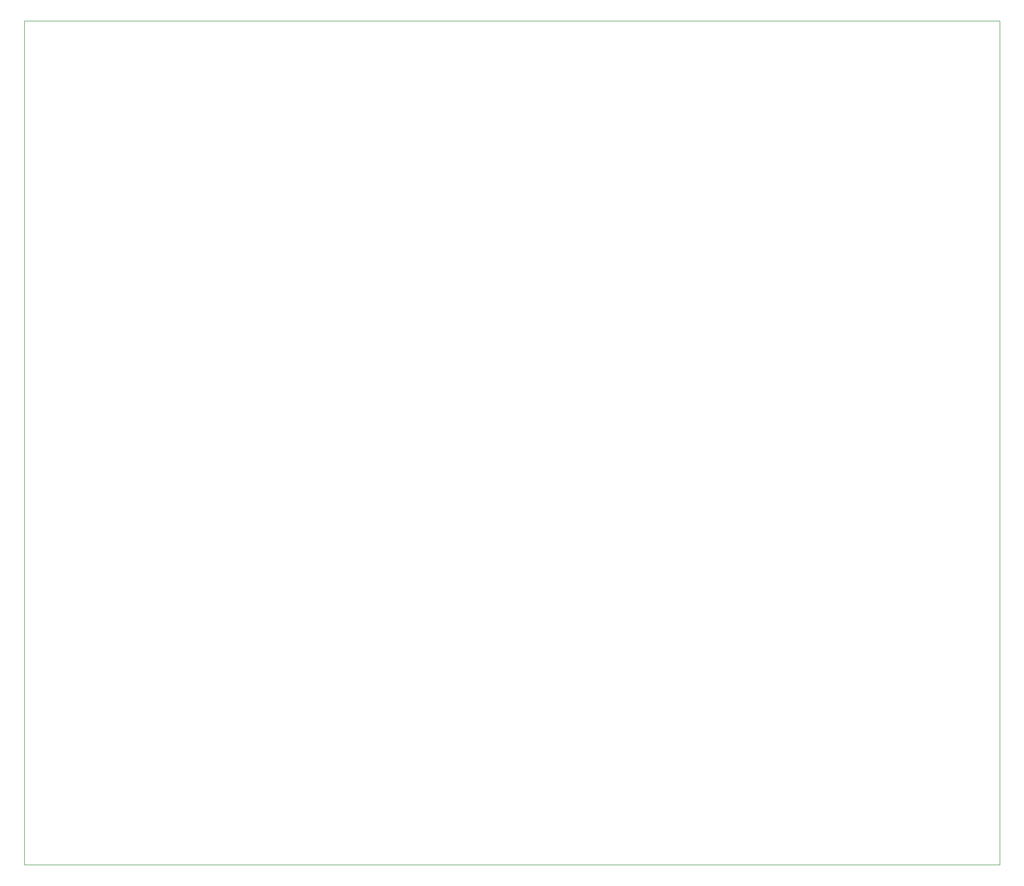
<source format=gm1>
G04 #@! TF.GenerationSoftware,KiCad,Pcbnew,8.0.3*
G04 #@! TF.CreationDate,2024-07-07T22:19:34-04:00*
G04 #@! TF.ProjectId,Aplicaciones Car RC,41706c69-6361-4636-996f-6e6573204361,rev?*
G04 #@! TF.SameCoordinates,Original*
G04 #@! TF.FileFunction,Profile,NP*
%FSLAX46Y46*%
G04 Gerber Fmt 4.6, Leading zero omitted, Abs format (unit mm)*
G04 Created by KiCad (PCBNEW 8.0.3) date 2024-07-07 22:19:34*
%MOMM*%
%LPD*%
G01*
G04 APERTURE LIST*
G04 #@! TA.AperFunction,Profile*
%ADD10C,0.050000*%
G04 #@! TD*
G04 APERTURE END LIST*
D10*
X21800000Y-19000000D02*
X188200000Y-19000000D01*
X188200000Y-163000000D01*
X21800000Y-163000000D01*
X21800000Y-19000000D01*
M02*

</source>
